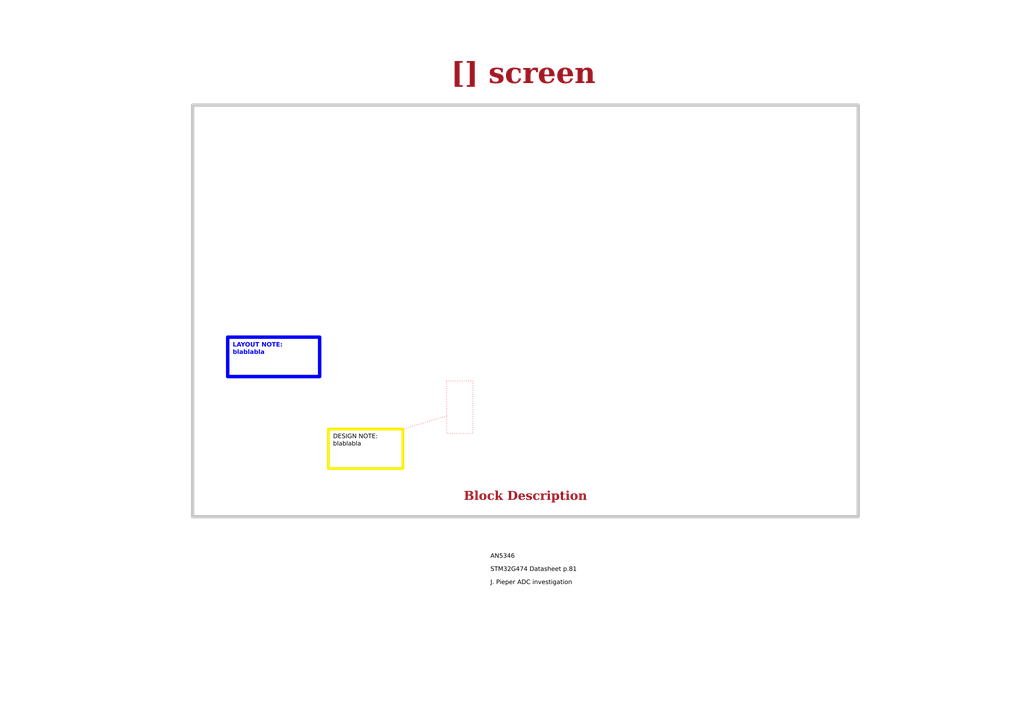
<source format=kicad_sch>
(kicad_sch
	(version 20250114)
	(generator "eeschema")
	(generator_version "9.0")
	(uuid "ea8c4f5e-7a49-4faf-a994-dbc85ed86b0a")
	(paper "A4")
	(title_block
		(title "screen")
		(date "2025-01-12")
		(rev "${REVISION}")
		(company "${COMPANY}")
	)
	(lib_symbols)
	(rectangle
		(start 129.54 110.49)
		(end 137.16 125.73)
		(stroke
			(width 0)
			(type dot)
			(color 255 0 0 1)
		)
		(fill
			(type none)
		)
		(uuid 1d95e40b-2bfb-46ac-aef7-d61406185c71)
	)
	(rectangle
		(start 55.88 30.48)
		(end 248.92 149.86)
		(stroke
			(width 1)
			(type default)
			(color 200 200 200 1)
		)
		(fill
			(type none)
		)
		(uuid bb86d4de-8a6c-49fd-bb3c-0c8f9cc72e55)
	)
	(text "J. Pieper ADC investigation"
		(exclude_from_sim no)
		(at 142.24 170.18 0)
		(effects
			(font
				(face "Arial")
				(size 1.27 1.27)
				(color 0 0 0 1)
			)
			(justify left bottom)
			(href "https://jpieper.com/2023/07/24/stm32g4-adc-performance-part-2/")
		)
		(uuid "9b3ecc35-3df2-428b-a29e-c6c2c744422e")
	)
	(text "STM32G474 Datasheet p.81"
		(exclude_from_sim no)
		(at 142.24 166.37 0)
		(effects
			(font
				(face "Arial")
				(size 1.27 1.27)
				(color 0 0 0 1)
			)
			(justify left bottom)
			(href "https://www.st.com/resource/en/datasheet/stm32g474cb.pdf")
		)
		(uuid "e6fea1fe-2cf8-4a39-929e-14f4aedafb02")
	)
	(text "AN5346"
		(exclude_from_sim no)
		(at 142.24 162.56 0)
		(effects
			(font
				(face "Arial")
				(size 1.27 1.27)
				(color 0 0 0 1)
			)
			(justify left bottom)
			(href "https://www.st.com/resource/en/application_note/an5346-stm32g4-adc-use-tips-and-recommendations-stmicroelectronics.pdf")
		)
		(uuid "f25578fd-4ab6-4599-95bc-eaa8a509f479")
	)
	(text_box "LAYOUT NOTE:\nblablabla"
		(exclude_from_sim no)
		(at 66.04 97.79 0)
		(size 26.67 11.43)
		(margins 1.4525 1.4525 1.4525 1.4525)
		(stroke
			(width 1)
			(type solid)
			(color 0 0 255 1)
		)
		(fill
			(type none)
		)
		(effects
			(font
				(face "Arial")
				(size 1.27 1.27)
				(thickness 0.4)
				(bold yes)
				(color 0 0 255 1)
			)
			(justify left top)
		)
		(uuid "59800026-abce-490f-af73-e553b627145c")
	)
	(text_box "[${#}] ${TITLE}"
		(exclude_from_sim no)
		(at 115.57 15.24 0)
		(size 72.39 12.7)
		(margins 4.4999 4.4999 4.4999 4.4999)
		(stroke
			(width -0.0001)
			(type default)
		)
		(fill
			(type none)
		)
		(effects
			(font
				(face "Times New Roman")
				(size 6 6)
				(thickness 1.2)
				(bold yes)
				(color 162 22 34 1)
			)
		)
		(uuid "b2c13488-4f2f-433b-bdc6-d210d1646aca")
	)
	(text_box "Block Description"
		(exclude_from_sim no)
		(at 57.15 139.7 0)
		(size 190.5 7.62)
		(margins 1.9049 1.9049 1.9049 1.9049)
		(stroke
			(width -0.0001)
			(type default)
		)
		(fill
			(type none)
		)
		(effects
			(font
				(face "Times New Roman")
				(size 2.54 2.54)
				(thickness 0.508)
				(bold yes)
				(color 162 22 34 1)
			)
			(justify bottom)
		)
		(uuid "b610ad11-6470-4e17-bb6a-df05c5ad2515")
	)
	(text_box "DESIGN NOTE:\nblablabla"
		(exclude_from_sim no)
		(at 95.25 124.46 0)
		(size 21.59 11.43)
		(margins 1.3525 1.3525 1.3525 1.3525)
		(stroke
			(width 0.8)
			(type solid)
			(color 250 236 0 1)
		)
		(fill
			(type none)
		)
		(effects
			(font
				(face "Arial")
				(size 1.27 1.27)
				(color 0 0 0 1)
			)
			(justify left top)
		)
		(uuid "e0003229-9448-4893-9fb1-bea9e839bb75")
	)
	(polyline
		(pts
			(xy 129.54 120.65) (xy 116.84 124.46)
		)
		(stroke
			(width 0)
			(type dot)
			(color 255 0 0 1)
		)
		(uuid "dbc0dbb3-ec35-483a-84d2-c330277e1998")
	)
)

</source>
